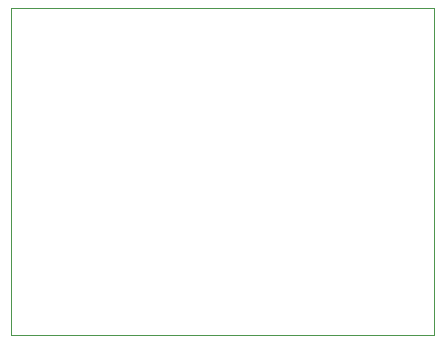
<source format=gbr>
%TF.GenerationSoftware,KiCad,Pcbnew,(5.1.9)-1*%
%TF.CreationDate,2021-10-20T11:11:32-07:00*%
%TF.ProjectId,LED-Controller-ESP-12F,4c45442d-436f-46e7-9472-6f6c6c65722d,A*%
%TF.SameCoordinates,Original*%
%TF.FileFunction,Profile,NP*%
%FSLAX46Y46*%
G04 Gerber Fmt 4.6, Leading zero omitted, Abs format (unit mm)*
G04 Created by KiCad (PCBNEW (5.1.9)-1) date 2021-10-20 11:11:32*
%MOMM*%
%LPD*%
G01*
G04 APERTURE LIST*
%TA.AperFunction,Profile*%
%ADD10C,0.100000*%
%TD*%
G04 APERTURE END LIST*
D10*
X144018000Y-98806000D02*
X144018000Y-126492000D01*
X108204000Y-98806000D02*
X144018000Y-98806000D01*
X108204000Y-126492000D02*
X108204000Y-98806000D01*
X144018000Y-126492000D02*
X108204000Y-126492000D01*
M02*

</source>
